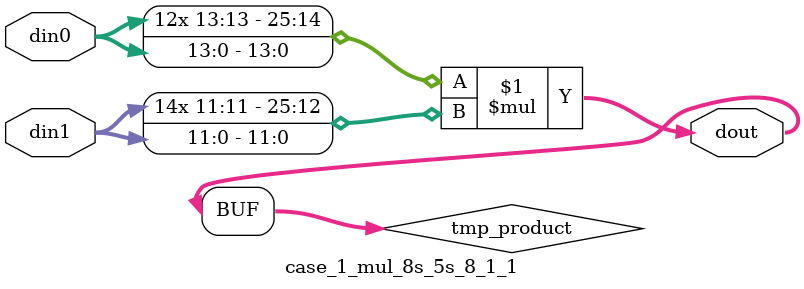
<source format=v>

`timescale 1 ns / 1 ps

 module case_1_mul_8s_5s_8_1_1(din0, din1, dout);
parameter ID = 1;
parameter NUM_STAGE = 0;
parameter din0_WIDTH = 14;
parameter din1_WIDTH = 12;
parameter dout_WIDTH = 26;

input [din0_WIDTH - 1 : 0] din0; 
input [din1_WIDTH - 1 : 0] din1; 
output [dout_WIDTH - 1 : 0] dout;

wire signed [dout_WIDTH - 1 : 0] tmp_product;



























assign tmp_product = $signed(din0) * $signed(din1);








assign dout = tmp_product;





















endmodule

</source>
